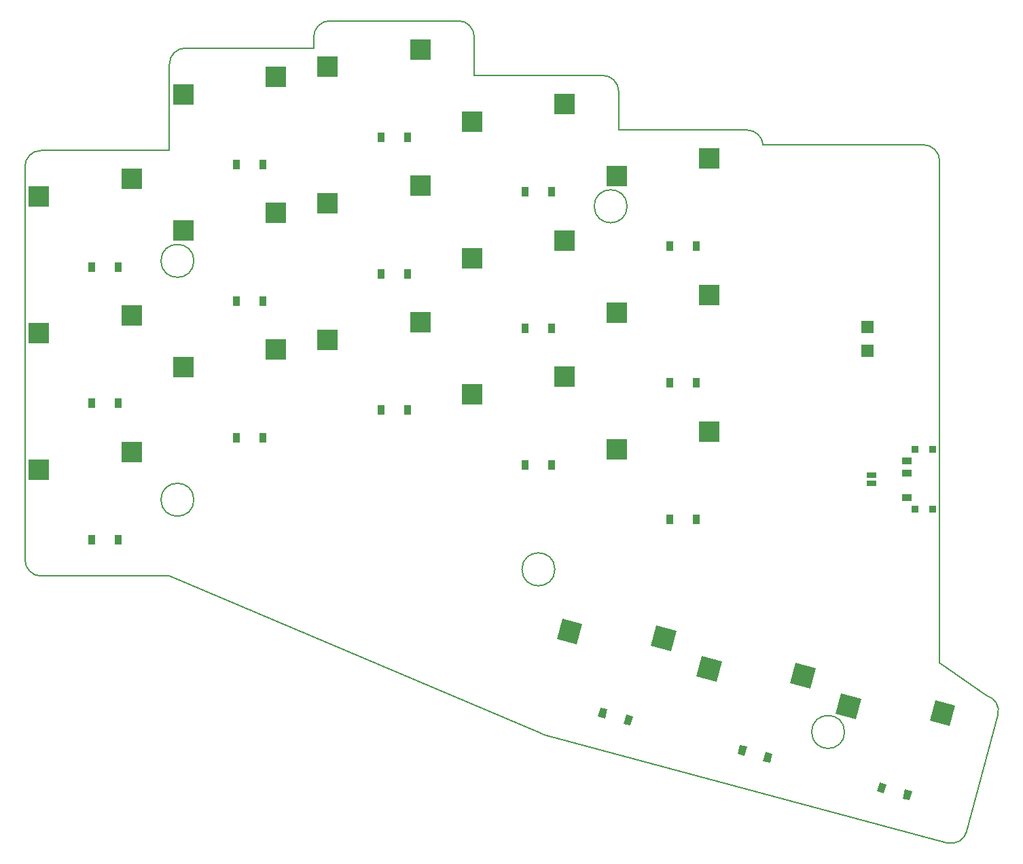
<source format=gbr>
G04 #@! TF.GenerationSoftware,KiCad,Pcbnew,5.1.5+dfsg1-2build2*
G04 #@! TF.CreationDate,2022-04-19T07:05:38+00:00*
G04 #@! TF.ProjectId,board,626f6172-642e-46b6-9963-61645f706362,v1.0.0*
G04 #@! TF.SameCoordinates,Original*
G04 #@! TF.FileFunction,Paste,Top*
G04 #@! TF.FilePolarity,Positive*
%FSLAX46Y46*%
G04 Gerber Fmt 4.6, Leading zero omitted, Abs format (unit mm)*
G04 Created by KiCad (PCBNEW 5.1.5+dfsg1-2build2) date 2022-04-19 07:05:38*
%MOMM*%
%LPD*%
G04 APERTURE LIST*
G04 #@! TA.AperFunction,Profile*
%ADD10C,0.150000*%
G04 #@! TD*
%ADD11R,2.600000X2.600000*%
%ADD12R,0.900000X1.200000*%
%ADD13C,0.350000*%
%ADD14R,1.500000X1.500000*%
%ADD15R,1.143000X0.635000*%
%ADD16R,1.250000X0.900000*%
%ADD17R,0.900000X0.900000*%
G04 APERTURE END LIST*
D10*
X10000000Y-9500000D02*
X26000000Y-9500000D01*
X8000000Y-7500000D02*
X8000000Y41500000D01*
X10000000Y-9500000D02*
G75*
G02X8000000Y-7500000I0J2000000D01*
G01*
X26000000Y43500000D02*
X10000000Y43500000D01*
X8000000Y41500000D02*
G75*
G02X10000000Y43500000I2000000J0D01*
G01*
X44000000Y56250000D02*
X28000000Y56250000D01*
X26000000Y54250000D02*
G75*
G02X28000000Y56250000I2000000J0D01*
G01*
X26000000Y54250000D02*
X26000000Y43500000D01*
X64000000Y52850000D02*
X64000000Y57650000D01*
X62000000Y59650000D02*
G75*
G02X64000000Y57650000I0J-2000000D01*
G01*
X62000000Y59650000D02*
X46000000Y59650000D01*
X44000000Y57650000D02*
G75*
G02X46000000Y59650000I2000000J0D01*
G01*
X44000000Y57650000D02*
X44000000Y56250000D01*
X82000000Y46050000D02*
X82000000Y50850000D01*
X80000000Y52850000D02*
G75*
G02X82000000Y50850000I0J-2000000D01*
G01*
X80000000Y52850000D02*
X64000000Y52850000D01*
X98000000Y46050000D02*
G75*
G02X99994367Y44200000I0J-2000000D01*
G01*
X98000000Y46050000D02*
X82000000Y46050000D01*
X72707107Y-29274745D02*
X122935250Y-42733335D01*
X72707107Y-29274745D02*
G75*
G02X72197860Y-29059141I517638J1931852D01*
G01*
X125384739Y-41319122D02*
G75*
G02X122935250Y-42733335I-1931851J517638D01*
G01*
X125384740Y-41319122D02*
X129267025Y-26830234D01*
X127852812Y-24380745D02*
G75*
G02X129267025Y-26830234I-517638J-1931851D01*
G01*
X122000000Y-20297692D02*
X127852812Y-24380745D01*
X72197860Y-29059141D02*
X26000000Y-9500000D01*
X122000000Y-20297692D02*
X122000000Y42200000D01*
X120000000Y44200000D02*
G75*
G02X122000000Y42200000I0J-2000000D01*
G01*
X120000000Y44200000D02*
X99994367Y44200000D01*
X29050000Y29750000D02*
G75*
G03X29050000Y29750000I-2050000J0D01*
G01*
X29050000Y0D02*
G75*
G03X29050000Y0I-2050000J0D01*
G01*
X83050000Y36550000D02*
G75*
G03X83050000Y36550000I-2050000J0D01*
G01*
X74050000Y-8670000D02*
G75*
G03X74050000Y-8670000I-2050000J0D01*
G01*
X110153958Y-28924179D02*
G75*
G03X110153958Y-28924179I-2050000J0D01*
G01*
D11*
G04 #@! TO.C,S1*
X21275000Y5950000D03*
X9725000Y3750000D03*
G04 #@! TD*
D12*
G04 #@! TO.C,D1*
X16350000Y-5000000D03*
X19650000Y-5000000D03*
G04 #@! TD*
D11*
G04 #@! TO.C,S2*
X21275000Y22950000D03*
X9725000Y20750000D03*
G04 #@! TD*
D12*
G04 #@! TO.C,D2*
X16350000Y12000000D03*
X19650000Y12000000D03*
G04 #@! TD*
D11*
G04 #@! TO.C,S3*
X21275000Y39950000D03*
X9725000Y37750000D03*
G04 #@! TD*
D12*
G04 #@! TO.C,D3*
X16350000Y29000000D03*
X19650000Y29000000D03*
G04 #@! TD*
D11*
G04 #@! TO.C,S4*
X39275000Y18700000D03*
X27725000Y16500000D03*
G04 #@! TD*
D12*
G04 #@! TO.C,D4*
X34350000Y7750000D03*
X37650000Y7750000D03*
G04 #@! TD*
D11*
G04 #@! TO.C,S5*
X39275000Y35700000D03*
X27725000Y33500000D03*
G04 #@! TD*
D12*
G04 #@! TO.C,D5*
X34350000Y24750000D03*
X37650000Y24750000D03*
G04 #@! TD*
D11*
G04 #@! TO.C,S6*
X39275000Y52700000D03*
X27725000Y50500000D03*
G04 #@! TD*
D12*
G04 #@! TO.C,D6*
X34350000Y41750000D03*
X37650000Y41750000D03*
G04 #@! TD*
D11*
G04 #@! TO.C,S7*
X57275000Y22100000D03*
X45725000Y19900000D03*
G04 #@! TD*
D12*
G04 #@! TO.C,D7*
X52350000Y11150000D03*
X55650000Y11150000D03*
G04 #@! TD*
D11*
G04 #@! TO.C,S8*
X57275000Y39100000D03*
X45725000Y36900000D03*
G04 #@! TD*
D12*
G04 #@! TO.C,D8*
X52350000Y28150000D03*
X55650000Y28150000D03*
G04 #@! TD*
D11*
G04 #@! TO.C,S9*
X57275000Y56100000D03*
X45725000Y53900000D03*
G04 #@! TD*
D12*
G04 #@! TO.C,D9*
X52350000Y45150000D03*
X55650000Y45150000D03*
G04 #@! TD*
D11*
G04 #@! TO.C,S10*
X75275000Y15300000D03*
X63725000Y13100000D03*
G04 #@! TD*
D12*
G04 #@! TO.C,D10*
X70350000Y4350000D03*
X73650000Y4350000D03*
G04 #@! TD*
D11*
G04 #@! TO.C,S11*
X75275000Y32300000D03*
X63725000Y30100000D03*
G04 #@! TD*
D12*
G04 #@! TO.C,D11*
X70350000Y21350000D03*
X73650000Y21350000D03*
G04 #@! TD*
D11*
G04 #@! TO.C,S12*
X75275000Y49300000D03*
X63725000Y47100000D03*
G04 #@! TD*
D12*
G04 #@! TO.C,D12*
X70350000Y38350000D03*
X73650000Y38350000D03*
G04 #@! TD*
D11*
G04 #@! TO.C,S13*
X93275000Y8500000D03*
X81725000Y6300000D03*
G04 #@! TD*
D12*
G04 #@! TO.C,D13*
X88350000Y-2450000D03*
X91650000Y-2450000D03*
G04 #@! TD*
D11*
G04 #@! TO.C,S14*
X93275000Y25500000D03*
X81725000Y23300000D03*
G04 #@! TD*
D12*
G04 #@! TO.C,D14*
X88350000Y14550000D03*
X91650000Y14550000D03*
G04 #@! TD*
D11*
G04 #@! TO.C,S15*
X93275000Y42500000D03*
X81725000Y40300000D03*
G04 #@! TD*
D12*
G04 #@! TO.C,D15*
X88350000Y31550000D03*
X91650000Y31550000D03*
G04 #@! TD*
D13*
G04 #@! TO.C,S16*
G36*
X86004512Y-18188613D02*
G01*
X86677441Y-15677206D01*
X89188848Y-16350135D01*
X88515919Y-18861542D01*
X86004512Y-18188613D01*
G37*
G36*
X74278667Y-17324290D02*
G01*
X74951596Y-14812883D01*
X77463003Y-15485812D01*
X76790074Y-17997219D01*
X74278667Y-17324290D01*
G37*
G04 #@! TD*
G04 #@! TO.C,D16*
G36*
X79415464Y-27034637D02*
G01*
X79726047Y-25875526D01*
X80595380Y-26108463D01*
X80284797Y-27267574D01*
X79415464Y-27034637D01*
G37*
G36*
X82603020Y-27888737D02*
G01*
X82913603Y-26729626D01*
X83782936Y-26962563D01*
X83472353Y-28121674D01*
X82603020Y-27888737D01*
G37*
G04 #@! TD*
G04 #@! TO.C,S17*
G36*
X103391212Y-22847313D02*
G01*
X104064141Y-20335906D01*
X106575548Y-21008835D01*
X105902619Y-23520242D01*
X103391212Y-22847313D01*
G37*
G36*
X91665367Y-21982990D02*
G01*
X92338296Y-19471583D01*
X94849703Y-20144512D01*
X94176774Y-22655919D01*
X91665367Y-21982990D01*
G37*
G04 #@! TD*
G04 #@! TO.C,D17*
G36*
X96802164Y-31693437D02*
G01*
X97112747Y-30534326D01*
X97982080Y-30767263D01*
X97671497Y-31926374D01*
X96802164Y-31693437D01*
G37*
G36*
X99989720Y-32547537D02*
G01*
X100300303Y-31388426D01*
X101169636Y-31621363D01*
X100859053Y-32780474D01*
X99989720Y-32547537D01*
G37*
G04 #@! TD*
G04 #@! TO.C,S18*
G36*
X120778212Y-27506113D02*
G01*
X121451141Y-24994706D01*
X123962548Y-25667635D01*
X123289619Y-28179042D01*
X120778212Y-27506113D01*
G37*
G36*
X109052367Y-26641790D02*
G01*
X109725296Y-24130383D01*
X112236703Y-24803312D01*
X111563774Y-27314719D01*
X109052367Y-26641790D01*
G37*
G04 #@! TD*
G04 #@! TO.C,D18*
G36*
X114189264Y-36352137D02*
G01*
X114499847Y-35193026D01*
X115369180Y-35425963D01*
X115058597Y-36585074D01*
X114189264Y-36352137D01*
G37*
G36*
X117376820Y-37206237D02*
G01*
X117687403Y-36047126D01*
X118556736Y-36280063D01*
X118246153Y-37439174D01*
X117376820Y-37206237D01*
G37*
G04 #@! TD*
D14*
G04 #@! TO.C,PAD1*
X113000000Y18550000D03*
G04 #@! TD*
G04 #@! TO.C,PAD2*
X113000000Y21550000D03*
G04 #@! TD*
D15*
G04 #@! TO.C,J2*
X113500000Y3050380D03*
X113500000Y2049620D03*
G04 #@! TD*
D16*
G04 #@! TO.C,T1*
X117925000Y300000D03*
X117925000Y3300000D03*
X117925000Y4800000D03*
D17*
X121100000Y-1150000D03*
X118900000Y-1150000D03*
X118900000Y6250000D03*
X121100000Y6250000D03*
G04 #@! TD*
M02*

</source>
